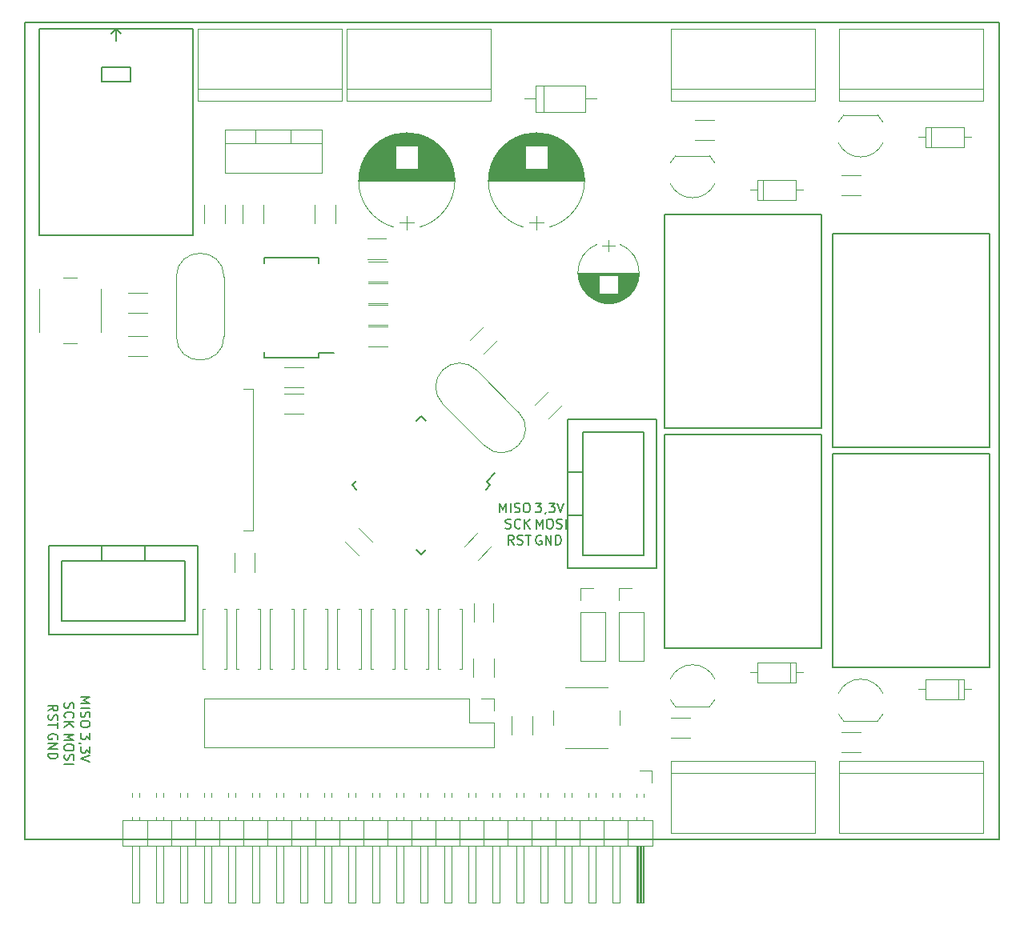
<source format=gto>
G04 #@! TF.FileFunction,Legend,Top*
%FSLAX46Y46*%
G04 Gerber Fmt 4.6, Leading zero omitted, Abs format (unit mm)*
G04 Created by KiCad (PCBNEW 4.0.7) date 02/25/18 11:04:24*
%MOMM*%
%LPD*%
G01*
G04 APERTURE LIST*
%ADD10C,0.100000*%
%ADD11C,0.200000*%
%ADD12C,0.150000*%
%ADD13C,0.120000*%
G04 APERTURE END LIST*
D10*
D11*
X36855119Y-105235357D02*
X36855119Y-105854405D01*
X36474167Y-105521071D01*
X36474167Y-105663929D01*
X36426548Y-105759167D01*
X36378929Y-105806786D01*
X36283690Y-105854405D01*
X36045595Y-105854405D01*
X35950357Y-105806786D01*
X35902738Y-105759167D01*
X35855119Y-105663929D01*
X35855119Y-105378214D01*
X35902738Y-105282976D01*
X35950357Y-105235357D01*
X35902738Y-106330595D02*
X35855119Y-106330595D01*
X35759881Y-106282976D01*
X35712262Y-106235357D01*
X36855119Y-106663928D02*
X36855119Y-107282976D01*
X36474167Y-106949642D01*
X36474167Y-107092500D01*
X36426548Y-107187738D01*
X36378929Y-107235357D01*
X36283690Y-107282976D01*
X36045595Y-107282976D01*
X35950357Y-107235357D01*
X35902738Y-107187738D01*
X35855119Y-107092500D01*
X35855119Y-106806785D01*
X35902738Y-106711547D01*
X35950357Y-106663928D01*
X36855119Y-107568690D02*
X35855119Y-107902023D01*
X36855119Y-108235357D01*
X34155119Y-105330595D02*
X35155119Y-105330595D01*
X34440833Y-105663929D01*
X35155119Y-105997262D01*
X34155119Y-105997262D01*
X35155119Y-106663928D02*
X35155119Y-106854405D01*
X35107500Y-106949643D01*
X35012262Y-107044881D01*
X34821786Y-107092500D01*
X34488452Y-107092500D01*
X34297976Y-107044881D01*
X34202738Y-106949643D01*
X34155119Y-106854405D01*
X34155119Y-106663928D01*
X34202738Y-106568690D01*
X34297976Y-106473452D01*
X34488452Y-106425833D01*
X34821786Y-106425833D01*
X35012262Y-106473452D01*
X35107500Y-106568690D01*
X35155119Y-106663928D01*
X34202738Y-107473452D02*
X34155119Y-107616309D01*
X34155119Y-107854405D01*
X34202738Y-107949643D01*
X34250357Y-107997262D01*
X34345595Y-108044881D01*
X34440833Y-108044881D01*
X34536071Y-107997262D01*
X34583690Y-107949643D01*
X34631310Y-107854405D01*
X34678929Y-107663928D01*
X34726548Y-107568690D01*
X34774167Y-107521071D01*
X34869405Y-107473452D01*
X34964643Y-107473452D01*
X35059881Y-107521071D01*
X35107500Y-107568690D01*
X35155119Y-107663928D01*
X35155119Y-107902024D01*
X35107500Y-108044881D01*
X34155119Y-108473452D02*
X35155119Y-108473452D01*
X33407500Y-105854405D02*
X33455119Y-105759167D01*
X33455119Y-105616310D01*
X33407500Y-105473452D01*
X33312262Y-105378214D01*
X33217024Y-105330595D01*
X33026548Y-105282976D01*
X32883690Y-105282976D01*
X32693214Y-105330595D01*
X32597976Y-105378214D01*
X32502738Y-105473452D01*
X32455119Y-105616310D01*
X32455119Y-105711548D01*
X32502738Y-105854405D01*
X32550357Y-105902024D01*
X32883690Y-105902024D01*
X32883690Y-105711548D01*
X32455119Y-106330595D02*
X33455119Y-106330595D01*
X32455119Y-106902024D01*
X33455119Y-106902024D01*
X32455119Y-107378214D02*
X33455119Y-107378214D01*
X33455119Y-107616309D01*
X33407500Y-107759167D01*
X33312262Y-107854405D01*
X33217024Y-107902024D01*
X33026548Y-107949643D01*
X32883690Y-107949643D01*
X32693214Y-107902024D01*
X32597976Y-107854405D01*
X32502738Y-107759167D01*
X32455119Y-107616309D01*
X32455119Y-107378214D01*
X35855119Y-101394048D02*
X36855119Y-101394048D01*
X36140833Y-101727382D01*
X36855119Y-102060715D01*
X35855119Y-102060715D01*
X35855119Y-102536905D02*
X36855119Y-102536905D01*
X35902738Y-102965476D02*
X35855119Y-103108333D01*
X35855119Y-103346429D01*
X35902738Y-103441667D01*
X35950357Y-103489286D01*
X36045595Y-103536905D01*
X36140833Y-103536905D01*
X36236071Y-103489286D01*
X36283690Y-103441667D01*
X36331310Y-103346429D01*
X36378929Y-103155952D01*
X36426548Y-103060714D01*
X36474167Y-103013095D01*
X36569405Y-102965476D01*
X36664643Y-102965476D01*
X36759881Y-103013095D01*
X36807500Y-103060714D01*
X36855119Y-103155952D01*
X36855119Y-103394048D01*
X36807500Y-103536905D01*
X36855119Y-104155952D02*
X36855119Y-104346429D01*
X36807500Y-104441667D01*
X36712262Y-104536905D01*
X36521786Y-104584524D01*
X36188452Y-104584524D01*
X35997976Y-104536905D01*
X35902738Y-104441667D01*
X35855119Y-104346429D01*
X35855119Y-104155952D01*
X35902738Y-104060714D01*
X35997976Y-103965476D01*
X36188452Y-103917857D01*
X36521786Y-103917857D01*
X36712262Y-103965476D01*
X36807500Y-104060714D01*
X36855119Y-104155952D01*
X34202738Y-102013095D02*
X34155119Y-102155952D01*
X34155119Y-102394048D01*
X34202738Y-102489286D01*
X34250357Y-102536905D01*
X34345595Y-102584524D01*
X34440833Y-102584524D01*
X34536071Y-102536905D01*
X34583690Y-102489286D01*
X34631310Y-102394048D01*
X34678929Y-102203571D01*
X34726548Y-102108333D01*
X34774167Y-102060714D01*
X34869405Y-102013095D01*
X34964643Y-102013095D01*
X35059881Y-102060714D01*
X35107500Y-102108333D01*
X35155119Y-102203571D01*
X35155119Y-102441667D01*
X35107500Y-102584524D01*
X34250357Y-103584524D02*
X34202738Y-103536905D01*
X34155119Y-103394048D01*
X34155119Y-103298810D01*
X34202738Y-103155952D01*
X34297976Y-103060714D01*
X34393214Y-103013095D01*
X34583690Y-102965476D01*
X34726548Y-102965476D01*
X34917024Y-103013095D01*
X35012262Y-103060714D01*
X35107500Y-103155952D01*
X35155119Y-103298810D01*
X35155119Y-103394048D01*
X35107500Y-103536905D01*
X35059881Y-103584524D01*
X34155119Y-104013095D02*
X35155119Y-104013095D01*
X34155119Y-104584524D02*
X34726548Y-104155952D01*
X35155119Y-104584524D02*
X34583690Y-104013095D01*
X32455119Y-102870238D02*
X32931310Y-102536904D01*
X32455119Y-102298809D02*
X33455119Y-102298809D01*
X33455119Y-102679762D01*
X33407500Y-102775000D01*
X33359881Y-102822619D01*
X33264643Y-102870238D01*
X33121786Y-102870238D01*
X33026548Y-102822619D01*
X32978929Y-102775000D01*
X32931310Y-102679762D01*
X32931310Y-102298809D01*
X32502738Y-103251190D02*
X32455119Y-103394047D01*
X32455119Y-103632143D01*
X32502738Y-103727381D01*
X32550357Y-103775000D01*
X32645595Y-103822619D01*
X32740833Y-103822619D01*
X32836071Y-103775000D01*
X32883690Y-103727381D01*
X32931310Y-103632143D01*
X32978929Y-103441666D01*
X33026548Y-103346428D01*
X33074167Y-103298809D01*
X33169405Y-103251190D01*
X33264643Y-103251190D01*
X33359881Y-103298809D01*
X33407500Y-103346428D01*
X33455119Y-103441666D01*
X33455119Y-103679762D01*
X33407500Y-103822619D01*
X33455119Y-104108333D02*
X33455119Y-104679762D01*
X32455119Y-104394047D02*
X33455119Y-104394047D01*
X83962857Y-80873881D02*
X84581905Y-80873881D01*
X84248571Y-81254833D01*
X84391429Y-81254833D01*
X84486667Y-81302452D01*
X84534286Y-81350071D01*
X84581905Y-81445310D01*
X84581905Y-81683405D01*
X84534286Y-81778643D01*
X84486667Y-81826262D01*
X84391429Y-81873881D01*
X84105714Y-81873881D01*
X84010476Y-81826262D01*
X83962857Y-81778643D01*
X85058095Y-81826262D02*
X85058095Y-81873881D01*
X85010476Y-81969119D01*
X84962857Y-82016738D01*
X85391428Y-80873881D02*
X86010476Y-80873881D01*
X85677142Y-81254833D01*
X85820000Y-81254833D01*
X85915238Y-81302452D01*
X85962857Y-81350071D01*
X86010476Y-81445310D01*
X86010476Y-81683405D01*
X85962857Y-81778643D01*
X85915238Y-81826262D01*
X85820000Y-81873881D01*
X85534285Y-81873881D01*
X85439047Y-81826262D01*
X85391428Y-81778643D01*
X86296190Y-80873881D02*
X86629523Y-81873881D01*
X86962857Y-80873881D01*
X84058095Y-83573881D02*
X84058095Y-82573881D01*
X84391429Y-83288167D01*
X84724762Y-82573881D01*
X84724762Y-83573881D01*
X85391428Y-82573881D02*
X85581905Y-82573881D01*
X85677143Y-82621500D01*
X85772381Y-82716738D01*
X85820000Y-82907214D01*
X85820000Y-83240548D01*
X85772381Y-83431024D01*
X85677143Y-83526262D01*
X85581905Y-83573881D01*
X85391428Y-83573881D01*
X85296190Y-83526262D01*
X85200952Y-83431024D01*
X85153333Y-83240548D01*
X85153333Y-82907214D01*
X85200952Y-82716738D01*
X85296190Y-82621500D01*
X85391428Y-82573881D01*
X86200952Y-83526262D02*
X86343809Y-83573881D01*
X86581905Y-83573881D01*
X86677143Y-83526262D01*
X86724762Y-83478643D01*
X86772381Y-83383405D01*
X86772381Y-83288167D01*
X86724762Y-83192929D01*
X86677143Y-83145310D01*
X86581905Y-83097690D01*
X86391428Y-83050071D01*
X86296190Y-83002452D01*
X86248571Y-82954833D01*
X86200952Y-82859595D01*
X86200952Y-82764357D01*
X86248571Y-82669119D01*
X86296190Y-82621500D01*
X86391428Y-82573881D01*
X86629524Y-82573881D01*
X86772381Y-82621500D01*
X87200952Y-83573881D02*
X87200952Y-82573881D01*
X84581905Y-84321500D02*
X84486667Y-84273881D01*
X84343810Y-84273881D01*
X84200952Y-84321500D01*
X84105714Y-84416738D01*
X84058095Y-84511976D01*
X84010476Y-84702452D01*
X84010476Y-84845310D01*
X84058095Y-85035786D01*
X84105714Y-85131024D01*
X84200952Y-85226262D01*
X84343810Y-85273881D01*
X84439048Y-85273881D01*
X84581905Y-85226262D01*
X84629524Y-85178643D01*
X84629524Y-84845310D01*
X84439048Y-84845310D01*
X85058095Y-85273881D02*
X85058095Y-84273881D01*
X85629524Y-85273881D01*
X85629524Y-84273881D01*
X86105714Y-85273881D02*
X86105714Y-84273881D01*
X86343809Y-84273881D01*
X86486667Y-84321500D01*
X86581905Y-84416738D01*
X86629524Y-84511976D01*
X86677143Y-84702452D01*
X86677143Y-84845310D01*
X86629524Y-85035786D01*
X86581905Y-85131024D01*
X86486667Y-85226262D01*
X86343809Y-85273881D01*
X86105714Y-85273881D01*
X80185048Y-81873881D02*
X80185048Y-80873881D01*
X80518382Y-81588167D01*
X80851715Y-80873881D01*
X80851715Y-81873881D01*
X81327905Y-81873881D02*
X81327905Y-80873881D01*
X81756476Y-81826262D02*
X81899333Y-81873881D01*
X82137429Y-81873881D01*
X82232667Y-81826262D01*
X82280286Y-81778643D01*
X82327905Y-81683405D01*
X82327905Y-81588167D01*
X82280286Y-81492929D01*
X82232667Y-81445310D01*
X82137429Y-81397690D01*
X81946952Y-81350071D01*
X81851714Y-81302452D01*
X81804095Y-81254833D01*
X81756476Y-81159595D01*
X81756476Y-81064357D01*
X81804095Y-80969119D01*
X81851714Y-80921500D01*
X81946952Y-80873881D01*
X82185048Y-80873881D01*
X82327905Y-80921500D01*
X82946952Y-80873881D02*
X83137429Y-80873881D01*
X83232667Y-80921500D01*
X83327905Y-81016738D01*
X83375524Y-81207214D01*
X83375524Y-81540548D01*
X83327905Y-81731024D01*
X83232667Y-81826262D01*
X83137429Y-81873881D01*
X82946952Y-81873881D01*
X82851714Y-81826262D01*
X82756476Y-81731024D01*
X82708857Y-81540548D01*
X82708857Y-81207214D01*
X82756476Y-81016738D01*
X82851714Y-80921500D01*
X82946952Y-80873881D01*
X80804095Y-83526262D02*
X80946952Y-83573881D01*
X81185048Y-83573881D01*
X81280286Y-83526262D01*
X81327905Y-83478643D01*
X81375524Y-83383405D01*
X81375524Y-83288167D01*
X81327905Y-83192929D01*
X81280286Y-83145310D01*
X81185048Y-83097690D01*
X80994571Y-83050071D01*
X80899333Y-83002452D01*
X80851714Y-82954833D01*
X80804095Y-82859595D01*
X80804095Y-82764357D01*
X80851714Y-82669119D01*
X80899333Y-82621500D01*
X80994571Y-82573881D01*
X81232667Y-82573881D01*
X81375524Y-82621500D01*
X82375524Y-83478643D02*
X82327905Y-83526262D01*
X82185048Y-83573881D01*
X82089810Y-83573881D01*
X81946952Y-83526262D01*
X81851714Y-83431024D01*
X81804095Y-83335786D01*
X81756476Y-83145310D01*
X81756476Y-83002452D01*
X81804095Y-82811976D01*
X81851714Y-82716738D01*
X81946952Y-82621500D01*
X82089810Y-82573881D01*
X82185048Y-82573881D01*
X82327905Y-82621500D01*
X82375524Y-82669119D01*
X82804095Y-83573881D02*
X82804095Y-82573881D01*
X83375524Y-83573881D02*
X82946952Y-83002452D01*
X83375524Y-82573881D02*
X82804095Y-83145310D01*
X81661238Y-85273881D02*
X81327904Y-84797690D01*
X81089809Y-85273881D02*
X81089809Y-84273881D01*
X81470762Y-84273881D01*
X81566000Y-84321500D01*
X81613619Y-84369119D01*
X81661238Y-84464357D01*
X81661238Y-84607214D01*
X81613619Y-84702452D01*
X81566000Y-84750071D01*
X81470762Y-84797690D01*
X81089809Y-84797690D01*
X82042190Y-85226262D02*
X82185047Y-85273881D01*
X82423143Y-85273881D01*
X82518381Y-85226262D01*
X82566000Y-85178643D01*
X82613619Y-85083405D01*
X82613619Y-84988167D01*
X82566000Y-84892929D01*
X82518381Y-84845310D01*
X82423143Y-84797690D01*
X82232666Y-84750071D01*
X82137428Y-84702452D01*
X82089809Y-84654833D01*
X82042190Y-84559595D01*
X82042190Y-84464357D01*
X82089809Y-84369119D01*
X82137428Y-84321500D01*
X82232666Y-84273881D01*
X82470762Y-84273881D01*
X82613619Y-84321500D01*
X82899333Y-84273881D02*
X83470762Y-84273881D01*
X83185047Y-85273881D02*
X83185047Y-84273881D01*
D12*
X30000000Y-116500000D02*
X30000000Y-30000000D01*
X133000000Y-116500000D02*
X30000000Y-116500000D01*
X133000000Y-30000000D02*
X133000000Y-116500000D01*
X30000000Y-30000000D02*
X133000000Y-30000000D01*
D10*
X53116000Y-83804000D02*
X54116000Y-83804000D01*
X54116000Y-83804000D02*
X54116000Y-68804000D01*
X54116000Y-68804000D02*
X53116000Y-68804000D01*
D12*
X105918000Y-72926000D02*
X97618000Y-72926000D01*
X97618000Y-72926000D02*
X97618000Y-50326000D01*
X97618000Y-50326000D02*
X114218000Y-50326000D01*
X114218000Y-50326000D02*
X114218000Y-72926000D01*
X114218000Y-72926000D02*
X105918000Y-72926000D01*
D13*
X66310000Y-61980000D02*
X68310000Y-61980000D01*
X68310000Y-59940000D02*
X66310000Y-59940000D01*
X85329858Y-69056644D02*
X83915644Y-70470858D01*
X85358142Y-71913356D02*
X86772356Y-70499142D01*
X78471858Y-62198644D02*
X77057644Y-63612858D01*
X78500142Y-65055356D02*
X79914356Y-63641142D01*
X59420000Y-66544000D02*
X57420000Y-66544000D01*
X57420000Y-68584000D02*
X59420000Y-68584000D01*
X77466000Y-91456000D02*
X77466000Y-93456000D01*
X79506000Y-93456000D02*
X79506000Y-91456000D01*
X40910000Y-60710000D02*
X42910000Y-60710000D01*
X42910000Y-58670000D02*
X40910000Y-58670000D01*
X40910000Y-65282000D02*
X42910000Y-65282000D01*
X42910000Y-63242000D02*
X40910000Y-63242000D01*
X68310000Y-57654000D02*
X66310000Y-57654000D01*
X66310000Y-59694000D02*
X68310000Y-59694000D01*
X52193000Y-86185500D02*
X52193000Y-88185500D01*
X54233000Y-88185500D02*
X54233000Y-86185500D01*
X68310000Y-55368000D02*
X66310000Y-55368000D01*
X66310000Y-57408000D02*
X68310000Y-57408000D01*
X66706356Y-84948858D02*
X65292142Y-83534644D01*
X63849644Y-84977142D02*
X65263858Y-86391356D01*
X68310000Y-62226000D02*
X66310000Y-62226000D01*
X66310000Y-64266000D02*
X68310000Y-64266000D01*
X57420000Y-71378000D02*
X59420000Y-71378000D01*
X59420000Y-69338000D02*
X57420000Y-69338000D01*
X77836858Y-84042644D02*
X76422644Y-85456858D01*
X77865142Y-86899356D02*
X79279356Y-85485142D01*
X92873136Y-59512820D02*
G75*
G03X92874000Y-53477518I-1179136J3017820D01*
G01*
X90514864Y-59512820D02*
G75*
G02X90514000Y-53477518I1179136J3017820D01*
G01*
X90514864Y-59512820D02*
G75*
G03X92874000Y-59512482I1179136J3017820D01*
G01*
X94894000Y-56495000D02*
X88494000Y-56495000D01*
X94894000Y-56535000D02*
X88494000Y-56535000D01*
X94894000Y-56575000D02*
X88494000Y-56575000D01*
X94892000Y-56615000D02*
X88496000Y-56615000D01*
X94891000Y-56655000D02*
X88497000Y-56655000D01*
X94888000Y-56695000D02*
X88500000Y-56695000D01*
X94886000Y-56735000D02*
X88502000Y-56735000D01*
X94882000Y-56775000D02*
X92674000Y-56775000D01*
X90714000Y-56775000D02*
X88506000Y-56775000D01*
X94879000Y-56815000D02*
X92674000Y-56815000D01*
X90714000Y-56815000D02*
X88509000Y-56815000D01*
X94874000Y-56855000D02*
X92674000Y-56855000D01*
X90714000Y-56855000D02*
X88514000Y-56855000D01*
X94870000Y-56895000D02*
X92674000Y-56895000D01*
X90714000Y-56895000D02*
X88518000Y-56895000D01*
X94864000Y-56935000D02*
X92674000Y-56935000D01*
X90714000Y-56935000D02*
X88524000Y-56935000D01*
X94859000Y-56975000D02*
X92674000Y-56975000D01*
X90714000Y-56975000D02*
X88529000Y-56975000D01*
X94852000Y-57015000D02*
X92674000Y-57015000D01*
X90714000Y-57015000D02*
X88536000Y-57015000D01*
X94846000Y-57055000D02*
X92674000Y-57055000D01*
X90714000Y-57055000D02*
X88542000Y-57055000D01*
X94838000Y-57095000D02*
X92674000Y-57095000D01*
X90714000Y-57095000D02*
X88550000Y-57095000D01*
X94831000Y-57135000D02*
X92674000Y-57135000D01*
X90714000Y-57135000D02*
X88557000Y-57135000D01*
X94822000Y-57175000D02*
X92674000Y-57175000D01*
X90714000Y-57175000D02*
X88566000Y-57175000D01*
X94813000Y-57216000D02*
X92674000Y-57216000D01*
X90714000Y-57216000D02*
X88575000Y-57216000D01*
X94804000Y-57256000D02*
X92674000Y-57256000D01*
X90714000Y-57256000D02*
X88584000Y-57256000D01*
X94794000Y-57296000D02*
X92674000Y-57296000D01*
X90714000Y-57296000D02*
X88594000Y-57296000D01*
X94784000Y-57336000D02*
X92674000Y-57336000D01*
X90714000Y-57336000D02*
X88604000Y-57336000D01*
X94773000Y-57376000D02*
X92674000Y-57376000D01*
X90714000Y-57376000D02*
X88615000Y-57376000D01*
X94761000Y-57416000D02*
X92674000Y-57416000D01*
X90714000Y-57416000D02*
X88627000Y-57416000D01*
X94749000Y-57456000D02*
X92674000Y-57456000D01*
X90714000Y-57456000D02*
X88639000Y-57456000D01*
X94736000Y-57496000D02*
X92674000Y-57496000D01*
X90714000Y-57496000D02*
X88652000Y-57496000D01*
X94723000Y-57536000D02*
X92674000Y-57536000D01*
X90714000Y-57536000D02*
X88665000Y-57536000D01*
X94709000Y-57576000D02*
X92674000Y-57576000D01*
X90714000Y-57576000D02*
X88679000Y-57576000D01*
X94695000Y-57616000D02*
X92674000Y-57616000D01*
X90714000Y-57616000D02*
X88693000Y-57616000D01*
X94680000Y-57656000D02*
X92674000Y-57656000D01*
X90714000Y-57656000D02*
X88708000Y-57656000D01*
X94664000Y-57696000D02*
X92674000Y-57696000D01*
X90714000Y-57696000D02*
X88724000Y-57696000D01*
X94648000Y-57736000D02*
X92674000Y-57736000D01*
X90714000Y-57736000D02*
X88740000Y-57736000D01*
X94631000Y-57776000D02*
X92674000Y-57776000D01*
X90714000Y-57776000D02*
X88757000Y-57776000D01*
X94613000Y-57816000D02*
X92674000Y-57816000D01*
X90714000Y-57816000D02*
X88775000Y-57816000D01*
X94595000Y-57856000D02*
X92674000Y-57856000D01*
X90714000Y-57856000D02*
X88793000Y-57856000D01*
X94576000Y-57896000D02*
X92674000Y-57896000D01*
X90714000Y-57896000D02*
X88812000Y-57896000D01*
X94557000Y-57936000D02*
X92674000Y-57936000D01*
X90714000Y-57936000D02*
X88831000Y-57936000D01*
X94537000Y-57976000D02*
X92674000Y-57976000D01*
X90714000Y-57976000D02*
X88851000Y-57976000D01*
X94516000Y-58016000D02*
X92674000Y-58016000D01*
X90714000Y-58016000D02*
X88872000Y-58016000D01*
X94494000Y-58056000D02*
X92674000Y-58056000D01*
X90714000Y-58056000D02*
X88894000Y-58056000D01*
X94472000Y-58096000D02*
X92674000Y-58096000D01*
X90714000Y-58096000D02*
X88916000Y-58096000D01*
X94449000Y-58136000D02*
X92674000Y-58136000D01*
X90714000Y-58136000D02*
X88939000Y-58136000D01*
X94425000Y-58176000D02*
X92674000Y-58176000D01*
X90714000Y-58176000D02*
X88963000Y-58176000D01*
X94400000Y-58216000D02*
X92674000Y-58216000D01*
X90714000Y-58216000D02*
X88988000Y-58216000D01*
X94375000Y-58256000D02*
X92674000Y-58256000D01*
X90714000Y-58256000D02*
X89013000Y-58256000D01*
X94348000Y-58296000D02*
X92674000Y-58296000D01*
X90714000Y-58296000D02*
X89040000Y-58296000D01*
X94321000Y-58336000D02*
X92674000Y-58336000D01*
X90714000Y-58336000D02*
X89067000Y-58336000D01*
X94293000Y-58376000D02*
X92674000Y-58376000D01*
X90714000Y-58376000D02*
X89095000Y-58376000D01*
X94264000Y-58416000D02*
X92674000Y-58416000D01*
X90714000Y-58416000D02*
X89124000Y-58416000D01*
X94234000Y-58456000D02*
X92674000Y-58456000D01*
X90714000Y-58456000D02*
X89154000Y-58456000D01*
X94204000Y-58496000D02*
X92674000Y-58496000D01*
X90714000Y-58496000D02*
X89184000Y-58496000D01*
X94172000Y-58536000D02*
X92674000Y-58536000D01*
X90714000Y-58536000D02*
X89216000Y-58536000D01*
X94139000Y-58576000D02*
X92674000Y-58576000D01*
X90714000Y-58576000D02*
X89249000Y-58576000D01*
X94105000Y-58616000D02*
X92674000Y-58616000D01*
X90714000Y-58616000D02*
X89283000Y-58616000D01*
X94069000Y-58656000D02*
X92674000Y-58656000D01*
X90714000Y-58656000D02*
X89319000Y-58656000D01*
X94033000Y-58696000D02*
X92674000Y-58696000D01*
X90714000Y-58696000D02*
X89355000Y-58696000D01*
X93995000Y-58736000D02*
X89393000Y-58736000D01*
X93956000Y-58776000D02*
X89432000Y-58776000D01*
X93916000Y-58816000D02*
X89472000Y-58816000D01*
X93874000Y-58856000D02*
X89514000Y-58856000D01*
X93831000Y-58896000D02*
X89557000Y-58896000D01*
X93786000Y-58936000D02*
X89602000Y-58936000D01*
X93739000Y-58976000D02*
X89649000Y-58976000D01*
X93691000Y-59016000D02*
X89697000Y-59016000D01*
X93640000Y-59056000D02*
X89748000Y-59056000D01*
X93588000Y-59096000D02*
X89800000Y-59096000D01*
X93533000Y-59136000D02*
X89855000Y-59136000D01*
X93475000Y-59176000D02*
X89913000Y-59176000D01*
X93415000Y-59216000D02*
X89973000Y-59216000D01*
X93352000Y-59256000D02*
X90036000Y-59256000D01*
X93285000Y-59296000D02*
X90103000Y-59296000D01*
X93214000Y-59336000D02*
X90174000Y-59336000D01*
X93139000Y-59376000D02*
X90249000Y-59376000D01*
X93058000Y-59416000D02*
X90330000Y-59416000D01*
X92972000Y-59456000D02*
X90416000Y-59456000D01*
X92878000Y-59496000D02*
X90510000Y-59496000D01*
X92775000Y-59536000D02*
X90613000Y-59536000D01*
X92660000Y-59576000D02*
X90728000Y-59576000D01*
X92528000Y-59616000D02*
X90860000Y-59616000D01*
X92370000Y-59656000D02*
X91018000Y-59656000D01*
X92162000Y-59696000D02*
X91226000Y-59696000D01*
X91694000Y-53045000D02*
X91694000Y-54245000D01*
X92344000Y-53645000D02*
X91044000Y-53645000D01*
X82690736Y-41877563D02*
G75*
G03X82694000Y-51675357I1383264J-4898437D01*
G01*
X85457264Y-41877563D02*
G75*
G02X85454000Y-51675357I-1383264J-4898437D01*
G01*
X85457264Y-41877563D02*
G75*
G03X82694000Y-41876643I-1383264J-4898437D01*
G01*
X79024000Y-46776000D02*
X89124000Y-46776000D01*
X79024000Y-46736000D02*
X89124000Y-46736000D01*
X79024000Y-46696000D02*
X89124000Y-46696000D01*
X79025000Y-46656000D02*
X89123000Y-46656000D01*
X79026000Y-46616000D02*
X89122000Y-46616000D01*
X79027000Y-46576000D02*
X89121000Y-46576000D01*
X79029000Y-46536000D02*
X89119000Y-46536000D01*
X79031000Y-46496000D02*
X89117000Y-46496000D01*
X79034000Y-46456000D02*
X89114000Y-46456000D01*
X79036000Y-46416000D02*
X89112000Y-46416000D01*
X79039000Y-46376000D02*
X89109000Y-46376000D01*
X79043000Y-46336000D02*
X89105000Y-46336000D01*
X79046000Y-46296000D02*
X89102000Y-46296000D01*
X79050000Y-46256000D02*
X89098000Y-46256000D01*
X79054000Y-46216000D02*
X89094000Y-46216000D01*
X79059000Y-46176000D02*
X89089000Y-46176000D01*
X79064000Y-46136000D02*
X89084000Y-46136000D01*
X79069000Y-46096000D02*
X89079000Y-46096000D01*
X79075000Y-46055000D02*
X89073000Y-46055000D01*
X79081000Y-46015000D02*
X89067000Y-46015000D01*
X79087000Y-45975000D02*
X89061000Y-45975000D01*
X79093000Y-45935000D02*
X89055000Y-45935000D01*
X79100000Y-45895000D02*
X89048000Y-45895000D01*
X79107000Y-45855000D02*
X89041000Y-45855000D01*
X79115000Y-45815000D02*
X89033000Y-45815000D01*
X79123000Y-45775000D02*
X89025000Y-45775000D01*
X79131000Y-45735000D02*
X89017000Y-45735000D01*
X79139000Y-45695000D02*
X89009000Y-45695000D01*
X79148000Y-45655000D02*
X89000000Y-45655000D01*
X79157000Y-45615000D02*
X88991000Y-45615000D01*
X79167000Y-45575000D02*
X88981000Y-45575000D01*
X79177000Y-45535000D02*
X88971000Y-45535000D01*
X79187000Y-45495000D02*
X88961000Y-45495000D01*
X79198000Y-45455000D02*
X82893000Y-45455000D01*
X85255000Y-45455000D02*
X88950000Y-45455000D01*
X79209000Y-45415000D02*
X82893000Y-45415000D01*
X85255000Y-45415000D02*
X88939000Y-45415000D01*
X79220000Y-45375000D02*
X82893000Y-45375000D01*
X85255000Y-45375000D02*
X88928000Y-45375000D01*
X79231000Y-45335000D02*
X82893000Y-45335000D01*
X85255000Y-45335000D02*
X88917000Y-45335000D01*
X79243000Y-45295000D02*
X82893000Y-45295000D01*
X85255000Y-45295000D02*
X88905000Y-45295000D01*
X79256000Y-45255000D02*
X82893000Y-45255000D01*
X85255000Y-45255000D02*
X88892000Y-45255000D01*
X79268000Y-45215000D02*
X82893000Y-45215000D01*
X85255000Y-45215000D02*
X88880000Y-45215000D01*
X79282000Y-45175000D02*
X82893000Y-45175000D01*
X85255000Y-45175000D02*
X88866000Y-45175000D01*
X79295000Y-45135000D02*
X82893000Y-45135000D01*
X85255000Y-45135000D02*
X88853000Y-45135000D01*
X79309000Y-45095000D02*
X82893000Y-45095000D01*
X85255000Y-45095000D02*
X88839000Y-45095000D01*
X79323000Y-45055000D02*
X82893000Y-45055000D01*
X85255000Y-45055000D02*
X88825000Y-45055000D01*
X79337000Y-45015000D02*
X82893000Y-45015000D01*
X85255000Y-45015000D02*
X88811000Y-45015000D01*
X79352000Y-44975000D02*
X82893000Y-44975000D01*
X85255000Y-44975000D02*
X88796000Y-44975000D01*
X79368000Y-44935000D02*
X82893000Y-44935000D01*
X85255000Y-44935000D02*
X88780000Y-44935000D01*
X79383000Y-44895000D02*
X82893000Y-44895000D01*
X85255000Y-44895000D02*
X88765000Y-44895000D01*
X79400000Y-44855000D02*
X82893000Y-44855000D01*
X85255000Y-44855000D02*
X88748000Y-44855000D01*
X79416000Y-44815000D02*
X82893000Y-44815000D01*
X85255000Y-44815000D02*
X88732000Y-44815000D01*
X79433000Y-44775000D02*
X82893000Y-44775000D01*
X85255000Y-44775000D02*
X88715000Y-44775000D01*
X79450000Y-44735000D02*
X82893000Y-44735000D01*
X85255000Y-44735000D02*
X88698000Y-44735000D01*
X79468000Y-44695000D02*
X82893000Y-44695000D01*
X85255000Y-44695000D02*
X88680000Y-44695000D01*
X79486000Y-44655000D02*
X82893000Y-44655000D01*
X85255000Y-44655000D02*
X88662000Y-44655000D01*
X79505000Y-44615000D02*
X82893000Y-44615000D01*
X85255000Y-44615000D02*
X88643000Y-44615000D01*
X79524000Y-44575000D02*
X82893000Y-44575000D01*
X85255000Y-44575000D02*
X88624000Y-44575000D01*
X79543000Y-44535000D02*
X82893000Y-44535000D01*
X85255000Y-44535000D02*
X88605000Y-44535000D01*
X79563000Y-44495000D02*
X82893000Y-44495000D01*
X85255000Y-44495000D02*
X88585000Y-44495000D01*
X79583000Y-44455000D02*
X82893000Y-44455000D01*
X85255000Y-44455000D02*
X88565000Y-44455000D01*
X79604000Y-44415000D02*
X82893000Y-44415000D01*
X85255000Y-44415000D02*
X88544000Y-44415000D01*
X79625000Y-44375000D02*
X82893000Y-44375000D01*
X85255000Y-44375000D02*
X88523000Y-44375000D01*
X79646000Y-44335000D02*
X82893000Y-44335000D01*
X85255000Y-44335000D02*
X88502000Y-44335000D01*
X79669000Y-44295000D02*
X82893000Y-44295000D01*
X85255000Y-44295000D02*
X88479000Y-44295000D01*
X79691000Y-44255000D02*
X82893000Y-44255000D01*
X85255000Y-44255000D02*
X88457000Y-44255000D01*
X79714000Y-44215000D02*
X82893000Y-44215000D01*
X85255000Y-44215000D02*
X88434000Y-44215000D01*
X79738000Y-44175000D02*
X82893000Y-44175000D01*
X85255000Y-44175000D02*
X88410000Y-44175000D01*
X79762000Y-44135000D02*
X82893000Y-44135000D01*
X85255000Y-44135000D02*
X88386000Y-44135000D01*
X79786000Y-44095000D02*
X82893000Y-44095000D01*
X85255000Y-44095000D02*
X88362000Y-44095000D01*
X79811000Y-44055000D02*
X82893000Y-44055000D01*
X85255000Y-44055000D02*
X88337000Y-44055000D01*
X79837000Y-44015000D02*
X82893000Y-44015000D01*
X85255000Y-44015000D02*
X88311000Y-44015000D01*
X79863000Y-43975000D02*
X82893000Y-43975000D01*
X85255000Y-43975000D02*
X88285000Y-43975000D01*
X79889000Y-43935000D02*
X82893000Y-43935000D01*
X85255000Y-43935000D02*
X88259000Y-43935000D01*
X79917000Y-43895000D02*
X82893000Y-43895000D01*
X85255000Y-43895000D02*
X88231000Y-43895000D01*
X79944000Y-43855000D02*
X82893000Y-43855000D01*
X85255000Y-43855000D02*
X88204000Y-43855000D01*
X79973000Y-43815000D02*
X82893000Y-43815000D01*
X85255000Y-43815000D02*
X88175000Y-43815000D01*
X80002000Y-43775000D02*
X82893000Y-43775000D01*
X85255000Y-43775000D02*
X88146000Y-43775000D01*
X80031000Y-43735000D02*
X82893000Y-43735000D01*
X85255000Y-43735000D02*
X88117000Y-43735000D01*
X80061000Y-43695000D02*
X82893000Y-43695000D01*
X85255000Y-43695000D02*
X88087000Y-43695000D01*
X80092000Y-43655000D02*
X82893000Y-43655000D01*
X85255000Y-43655000D02*
X88056000Y-43655000D01*
X80123000Y-43615000D02*
X82893000Y-43615000D01*
X85255000Y-43615000D02*
X88025000Y-43615000D01*
X80155000Y-43575000D02*
X82893000Y-43575000D01*
X85255000Y-43575000D02*
X87993000Y-43575000D01*
X80188000Y-43535000D02*
X82893000Y-43535000D01*
X85255000Y-43535000D02*
X87960000Y-43535000D01*
X80221000Y-43495000D02*
X82893000Y-43495000D01*
X85255000Y-43495000D02*
X87927000Y-43495000D01*
X80255000Y-43455000D02*
X82893000Y-43455000D01*
X85255000Y-43455000D02*
X87893000Y-43455000D01*
X80290000Y-43415000D02*
X82893000Y-43415000D01*
X85255000Y-43415000D02*
X87858000Y-43415000D01*
X80326000Y-43375000D02*
X82893000Y-43375000D01*
X85255000Y-43375000D02*
X87822000Y-43375000D01*
X80362000Y-43335000D02*
X82893000Y-43335000D01*
X85255000Y-43335000D02*
X87786000Y-43335000D01*
X80399000Y-43295000D02*
X82893000Y-43295000D01*
X85255000Y-43295000D02*
X87749000Y-43295000D01*
X80437000Y-43255000D02*
X82893000Y-43255000D01*
X85255000Y-43255000D02*
X87711000Y-43255000D01*
X80476000Y-43215000D02*
X82893000Y-43215000D01*
X85255000Y-43215000D02*
X87672000Y-43215000D01*
X80515000Y-43175000D02*
X82893000Y-43175000D01*
X85255000Y-43175000D02*
X87633000Y-43175000D01*
X80556000Y-43135000D02*
X82893000Y-43135000D01*
X85255000Y-43135000D02*
X87592000Y-43135000D01*
X80597000Y-43095000D02*
X87551000Y-43095000D01*
X80639000Y-43055000D02*
X87509000Y-43055000D01*
X80683000Y-43015000D02*
X87465000Y-43015000D01*
X80727000Y-42975000D02*
X87421000Y-42975000D01*
X80772000Y-42935000D02*
X87376000Y-42935000D01*
X80819000Y-42895000D02*
X87329000Y-42895000D01*
X80867000Y-42855000D02*
X87281000Y-42855000D01*
X80916000Y-42815000D02*
X87232000Y-42815000D01*
X80966000Y-42775000D02*
X87182000Y-42775000D01*
X81017000Y-42735000D02*
X87131000Y-42735000D01*
X81070000Y-42695000D02*
X87078000Y-42695000D01*
X81125000Y-42655000D02*
X87023000Y-42655000D01*
X81180000Y-42615000D02*
X86968000Y-42615000D01*
X81238000Y-42575000D02*
X86910000Y-42575000D01*
X81297000Y-42535000D02*
X86851000Y-42535000D01*
X81359000Y-42495000D02*
X86789000Y-42495000D01*
X81422000Y-42455000D02*
X86726000Y-42455000D01*
X81487000Y-42415000D02*
X86661000Y-42415000D01*
X81555000Y-42375000D02*
X86593000Y-42375000D01*
X81625000Y-42335000D02*
X86523000Y-42335000D01*
X81697000Y-42295000D02*
X86451000Y-42295000D01*
X81773000Y-42255000D02*
X86375000Y-42255000D01*
X81852000Y-42215000D02*
X86296000Y-42215000D01*
X81934000Y-42175000D02*
X86214000Y-42175000D01*
X82021000Y-42135000D02*
X86127000Y-42135000D01*
X82112000Y-42095000D02*
X86036000Y-42095000D01*
X82208000Y-42055000D02*
X85940000Y-42055000D01*
X82311000Y-42015000D02*
X85837000Y-42015000D01*
X82420000Y-41975000D02*
X85728000Y-41975000D01*
X82538000Y-41935000D02*
X85610000Y-41935000D01*
X82667000Y-41895000D02*
X85481000Y-41895000D01*
X82809000Y-41855000D02*
X85339000Y-41855000D01*
X82970000Y-41815000D02*
X85178000Y-41815000D01*
X83161000Y-41775000D02*
X84987000Y-41775000D01*
X83402000Y-41735000D02*
X84746000Y-41735000D01*
X83795000Y-41695000D02*
X84353000Y-41695000D01*
X84074000Y-51976000D02*
X84074000Y-50476000D01*
X83324000Y-51226000D02*
X84824000Y-51226000D01*
X83954000Y-36690000D02*
X83954000Y-39510000D01*
X83954000Y-39510000D02*
X89274000Y-39510000D01*
X89274000Y-39510000D02*
X89274000Y-36690000D01*
X89274000Y-36690000D02*
X83954000Y-36690000D01*
X82814000Y-38100000D02*
X83954000Y-38100000D01*
X90414000Y-38100000D02*
X89274000Y-38100000D01*
X84794000Y-36690000D02*
X84794000Y-39510000D01*
X92777000Y-97596000D02*
X95437000Y-97596000D01*
X92777000Y-92456000D02*
X92777000Y-97596000D01*
X95437000Y-92456000D02*
X95437000Y-97596000D01*
X92777000Y-92456000D02*
X95437000Y-92456000D01*
X92777000Y-91186000D02*
X92777000Y-89856000D01*
X92777000Y-89856000D02*
X94107000Y-89856000D01*
X88713000Y-97596000D02*
X91373000Y-97596000D01*
X88713000Y-92456000D02*
X88713000Y-97596000D01*
X91373000Y-92456000D02*
X91373000Y-97596000D01*
X88713000Y-92456000D02*
X91373000Y-92456000D01*
X88713000Y-91186000D02*
X88713000Y-89856000D01*
X88713000Y-89856000D02*
X90043000Y-89856000D01*
X98298000Y-38354000D02*
X98298000Y-30734000D01*
X113538000Y-38354000D02*
X113538000Y-30734000D01*
X98298000Y-37084000D02*
X113538000Y-37084000D01*
X98298000Y-30734000D02*
X113538000Y-30734000D01*
X98298000Y-38354000D02*
X113538000Y-38354000D01*
X116078000Y-38354000D02*
X116078000Y-30734000D01*
X131318000Y-38354000D02*
X131318000Y-30734000D01*
X116078000Y-37084000D02*
X131318000Y-37084000D01*
X116078000Y-30734000D02*
X131318000Y-30734000D01*
X116078000Y-38354000D02*
X131318000Y-38354000D01*
X113538000Y-108204000D02*
X113538000Y-115824000D01*
X98298000Y-108204000D02*
X98298000Y-115824000D01*
X113538000Y-109474000D02*
X98298000Y-109474000D01*
X113538000Y-115824000D02*
X98298000Y-115824000D01*
X113538000Y-108204000D02*
X98298000Y-108204000D01*
X131318000Y-108204000D02*
X131318000Y-115824000D01*
X116078000Y-108204000D02*
X116078000Y-115824000D01*
X131318000Y-109474000D02*
X116078000Y-109474000D01*
X131318000Y-115824000D02*
X116078000Y-115824000D01*
X131318000Y-108204000D02*
X116078000Y-108204000D01*
D12*
X39624000Y-30734000D02*
X39116000Y-31242000D01*
X39624000Y-30734000D02*
X40132000Y-31242000D01*
X39624000Y-30734000D02*
X39624000Y-32004000D01*
X39624000Y-36322000D02*
X38100000Y-36322000D01*
X38100000Y-36322000D02*
X38100000Y-34798000D01*
X38100000Y-34798000D02*
X41148000Y-34798000D01*
X41148000Y-34798000D02*
X41148000Y-36322000D01*
X41148000Y-36322000D02*
X39624000Y-36322000D01*
X31496000Y-52578000D02*
X47752000Y-52578000D01*
X47752000Y-52578000D02*
X47752000Y-30734000D01*
X47752000Y-30734000D02*
X32512000Y-30734000D01*
X31496000Y-52578000D02*
X31496000Y-51308000D01*
X32766000Y-30734000D02*
X31496000Y-30734000D01*
X31496000Y-30734000D02*
X31496000Y-51308000D01*
D13*
X64008000Y-38354000D02*
X64008000Y-30734000D01*
X79248000Y-38354000D02*
X79248000Y-30734000D01*
X64008000Y-37084000D02*
X79248000Y-37084000D01*
X64008000Y-30734000D02*
X79248000Y-30734000D01*
X64008000Y-38354000D02*
X79248000Y-38354000D01*
X48260000Y-38354000D02*
X48260000Y-30734000D01*
X63500000Y-38354000D02*
X63500000Y-30734000D01*
X48260000Y-37084000D02*
X63500000Y-37084000D01*
X48260000Y-30734000D02*
X63500000Y-30734000D01*
X48260000Y-38354000D02*
X63500000Y-38354000D01*
X48962000Y-101540000D02*
X48962000Y-106740000D01*
X76962000Y-101540000D02*
X48962000Y-101540000D01*
X79562000Y-106740000D02*
X48962000Y-106740000D01*
X76962000Y-101540000D02*
X76962000Y-104140000D01*
X76962000Y-104140000D02*
X79562000Y-104140000D01*
X79562000Y-104140000D02*
X79562000Y-106740000D01*
X78232000Y-101540000D02*
X79562000Y-101540000D01*
X79562000Y-101540000D02*
X79562000Y-102870000D01*
X68974736Y-41877563D02*
G75*
G03X68978000Y-51675357I1383264J-4898437D01*
G01*
X71741264Y-41877563D02*
G75*
G02X71738000Y-51675357I-1383264J-4898437D01*
G01*
X71741264Y-41877563D02*
G75*
G03X68978000Y-41876643I-1383264J-4898437D01*
G01*
X65308000Y-46776000D02*
X75408000Y-46776000D01*
X65308000Y-46736000D02*
X75408000Y-46736000D01*
X65308000Y-46696000D02*
X75408000Y-46696000D01*
X65309000Y-46656000D02*
X75407000Y-46656000D01*
X65310000Y-46616000D02*
X75406000Y-46616000D01*
X65311000Y-46576000D02*
X75405000Y-46576000D01*
X65313000Y-46536000D02*
X75403000Y-46536000D01*
X65315000Y-46496000D02*
X75401000Y-46496000D01*
X65318000Y-46456000D02*
X75398000Y-46456000D01*
X65320000Y-46416000D02*
X75396000Y-46416000D01*
X65323000Y-46376000D02*
X75393000Y-46376000D01*
X65327000Y-46336000D02*
X75389000Y-46336000D01*
X65330000Y-46296000D02*
X75386000Y-46296000D01*
X65334000Y-46256000D02*
X75382000Y-46256000D01*
X65338000Y-46216000D02*
X75378000Y-46216000D01*
X65343000Y-46176000D02*
X75373000Y-46176000D01*
X65348000Y-46136000D02*
X75368000Y-46136000D01*
X65353000Y-46096000D02*
X75363000Y-46096000D01*
X65359000Y-46055000D02*
X75357000Y-46055000D01*
X65365000Y-46015000D02*
X75351000Y-46015000D01*
X65371000Y-45975000D02*
X75345000Y-45975000D01*
X65377000Y-45935000D02*
X75339000Y-45935000D01*
X65384000Y-45895000D02*
X75332000Y-45895000D01*
X65391000Y-45855000D02*
X75325000Y-45855000D01*
X65399000Y-45815000D02*
X75317000Y-45815000D01*
X65407000Y-45775000D02*
X75309000Y-45775000D01*
X65415000Y-45735000D02*
X75301000Y-45735000D01*
X65423000Y-45695000D02*
X75293000Y-45695000D01*
X65432000Y-45655000D02*
X75284000Y-45655000D01*
X65441000Y-45615000D02*
X75275000Y-45615000D01*
X65451000Y-45575000D02*
X75265000Y-45575000D01*
X65461000Y-45535000D02*
X75255000Y-45535000D01*
X65471000Y-45495000D02*
X75245000Y-45495000D01*
X65482000Y-45455000D02*
X69177000Y-45455000D01*
X71539000Y-45455000D02*
X75234000Y-45455000D01*
X65493000Y-45415000D02*
X69177000Y-45415000D01*
X71539000Y-45415000D02*
X75223000Y-45415000D01*
X65504000Y-45375000D02*
X69177000Y-45375000D01*
X71539000Y-45375000D02*
X75212000Y-45375000D01*
X65515000Y-45335000D02*
X69177000Y-45335000D01*
X71539000Y-45335000D02*
X75201000Y-45335000D01*
X65527000Y-45295000D02*
X69177000Y-45295000D01*
X71539000Y-45295000D02*
X75189000Y-45295000D01*
X65540000Y-45255000D02*
X69177000Y-45255000D01*
X71539000Y-45255000D02*
X75176000Y-45255000D01*
X65552000Y-45215000D02*
X69177000Y-45215000D01*
X71539000Y-45215000D02*
X75164000Y-45215000D01*
X65566000Y-45175000D02*
X69177000Y-45175000D01*
X71539000Y-45175000D02*
X75150000Y-45175000D01*
X65579000Y-45135000D02*
X69177000Y-45135000D01*
X71539000Y-45135000D02*
X75137000Y-45135000D01*
X65593000Y-45095000D02*
X69177000Y-45095000D01*
X71539000Y-45095000D02*
X75123000Y-45095000D01*
X65607000Y-45055000D02*
X69177000Y-45055000D01*
X71539000Y-45055000D02*
X75109000Y-45055000D01*
X65621000Y-45015000D02*
X69177000Y-45015000D01*
X71539000Y-45015000D02*
X75095000Y-45015000D01*
X65636000Y-44975000D02*
X69177000Y-44975000D01*
X71539000Y-44975000D02*
X75080000Y-44975000D01*
X65652000Y-44935000D02*
X69177000Y-44935000D01*
X71539000Y-44935000D02*
X75064000Y-44935000D01*
X65667000Y-44895000D02*
X69177000Y-44895000D01*
X71539000Y-44895000D02*
X75049000Y-44895000D01*
X65684000Y-44855000D02*
X69177000Y-44855000D01*
X71539000Y-44855000D02*
X75032000Y-44855000D01*
X65700000Y-44815000D02*
X69177000Y-44815000D01*
X71539000Y-44815000D02*
X75016000Y-44815000D01*
X65717000Y-44775000D02*
X69177000Y-44775000D01*
X71539000Y-44775000D02*
X74999000Y-44775000D01*
X65734000Y-44735000D02*
X69177000Y-44735000D01*
X71539000Y-44735000D02*
X74982000Y-44735000D01*
X65752000Y-44695000D02*
X69177000Y-44695000D01*
X71539000Y-44695000D02*
X74964000Y-44695000D01*
X65770000Y-44655000D02*
X69177000Y-44655000D01*
X71539000Y-44655000D02*
X74946000Y-44655000D01*
X65789000Y-44615000D02*
X69177000Y-44615000D01*
X71539000Y-44615000D02*
X74927000Y-44615000D01*
X65808000Y-44575000D02*
X69177000Y-44575000D01*
X71539000Y-44575000D02*
X74908000Y-44575000D01*
X65827000Y-44535000D02*
X69177000Y-44535000D01*
X71539000Y-44535000D02*
X74889000Y-44535000D01*
X65847000Y-44495000D02*
X69177000Y-44495000D01*
X71539000Y-44495000D02*
X74869000Y-44495000D01*
X65867000Y-44455000D02*
X69177000Y-44455000D01*
X71539000Y-44455000D02*
X74849000Y-44455000D01*
X65888000Y-44415000D02*
X69177000Y-44415000D01*
X71539000Y-44415000D02*
X74828000Y-44415000D01*
X65909000Y-44375000D02*
X69177000Y-44375000D01*
X71539000Y-44375000D02*
X74807000Y-44375000D01*
X65930000Y-44335000D02*
X69177000Y-44335000D01*
X71539000Y-44335000D02*
X74786000Y-44335000D01*
X65953000Y-44295000D02*
X69177000Y-44295000D01*
X71539000Y-44295000D02*
X74763000Y-44295000D01*
X65975000Y-44255000D02*
X69177000Y-44255000D01*
X71539000Y-44255000D02*
X74741000Y-44255000D01*
X65998000Y-44215000D02*
X69177000Y-44215000D01*
X71539000Y-44215000D02*
X74718000Y-44215000D01*
X66022000Y-44175000D02*
X69177000Y-44175000D01*
X71539000Y-44175000D02*
X74694000Y-44175000D01*
X66046000Y-44135000D02*
X69177000Y-44135000D01*
X71539000Y-44135000D02*
X74670000Y-44135000D01*
X66070000Y-44095000D02*
X69177000Y-44095000D01*
X71539000Y-44095000D02*
X74646000Y-44095000D01*
X66095000Y-44055000D02*
X69177000Y-44055000D01*
X71539000Y-44055000D02*
X74621000Y-44055000D01*
X66121000Y-44015000D02*
X69177000Y-44015000D01*
X71539000Y-44015000D02*
X74595000Y-44015000D01*
X66147000Y-43975000D02*
X69177000Y-43975000D01*
X71539000Y-43975000D02*
X74569000Y-43975000D01*
X66173000Y-43935000D02*
X69177000Y-43935000D01*
X71539000Y-43935000D02*
X74543000Y-43935000D01*
X66201000Y-43895000D02*
X69177000Y-43895000D01*
X71539000Y-43895000D02*
X74515000Y-43895000D01*
X66228000Y-43855000D02*
X69177000Y-43855000D01*
X71539000Y-43855000D02*
X74488000Y-43855000D01*
X66257000Y-43815000D02*
X69177000Y-43815000D01*
X71539000Y-43815000D02*
X74459000Y-43815000D01*
X66286000Y-43775000D02*
X69177000Y-43775000D01*
X71539000Y-43775000D02*
X74430000Y-43775000D01*
X66315000Y-43735000D02*
X69177000Y-43735000D01*
X71539000Y-43735000D02*
X74401000Y-43735000D01*
X66345000Y-43695000D02*
X69177000Y-43695000D01*
X71539000Y-43695000D02*
X74371000Y-43695000D01*
X66376000Y-43655000D02*
X69177000Y-43655000D01*
X71539000Y-43655000D02*
X74340000Y-43655000D01*
X66407000Y-43615000D02*
X69177000Y-43615000D01*
X71539000Y-43615000D02*
X74309000Y-43615000D01*
X66439000Y-43575000D02*
X69177000Y-43575000D01*
X71539000Y-43575000D02*
X74277000Y-43575000D01*
X66472000Y-43535000D02*
X69177000Y-43535000D01*
X71539000Y-43535000D02*
X74244000Y-43535000D01*
X66505000Y-43495000D02*
X69177000Y-43495000D01*
X71539000Y-43495000D02*
X74211000Y-43495000D01*
X66539000Y-43455000D02*
X69177000Y-43455000D01*
X71539000Y-43455000D02*
X74177000Y-43455000D01*
X66574000Y-43415000D02*
X69177000Y-43415000D01*
X71539000Y-43415000D02*
X74142000Y-43415000D01*
X66610000Y-43375000D02*
X69177000Y-43375000D01*
X71539000Y-43375000D02*
X74106000Y-43375000D01*
X66646000Y-43335000D02*
X69177000Y-43335000D01*
X71539000Y-43335000D02*
X74070000Y-43335000D01*
X66683000Y-43295000D02*
X69177000Y-43295000D01*
X71539000Y-43295000D02*
X74033000Y-43295000D01*
X66721000Y-43255000D02*
X69177000Y-43255000D01*
X71539000Y-43255000D02*
X73995000Y-43255000D01*
X66760000Y-43215000D02*
X69177000Y-43215000D01*
X71539000Y-43215000D02*
X73956000Y-43215000D01*
X66799000Y-43175000D02*
X69177000Y-43175000D01*
X71539000Y-43175000D02*
X73917000Y-43175000D01*
X66840000Y-43135000D02*
X69177000Y-43135000D01*
X71539000Y-43135000D02*
X73876000Y-43135000D01*
X66881000Y-43095000D02*
X73835000Y-43095000D01*
X66923000Y-43055000D02*
X73793000Y-43055000D01*
X66967000Y-43015000D02*
X73749000Y-43015000D01*
X67011000Y-42975000D02*
X73705000Y-42975000D01*
X67056000Y-42935000D02*
X73660000Y-42935000D01*
X67103000Y-42895000D02*
X73613000Y-42895000D01*
X67151000Y-42855000D02*
X73565000Y-42855000D01*
X67200000Y-42815000D02*
X73516000Y-42815000D01*
X67250000Y-42775000D02*
X73466000Y-42775000D01*
X67301000Y-42735000D02*
X73415000Y-42735000D01*
X67354000Y-42695000D02*
X73362000Y-42695000D01*
X67409000Y-42655000D02*
X73307000Y-42655000D01*
X67464000Y-42615000D02*
X73252000Y-42615000D01*
X67522000Y-42575000D02*
X73194000Y-42575000D01*
X67581000Y-42535000D02*
X73135000Y-42535000D01*
X67643000Y-42495000D02*
X73073000Y-42495000D01*
X67706000Y-42455000D02*
X73010000Y-42455000D01*
X67771000Y-42415000D02*
X72945000Y-42415000D01*
X67839000Y-42375000D02*
X72877000Y-42375000D01*
X67909000Y-42335000D02*
X72807000Y-42335000D01*
X67981000Y-42295000D02*
X72735000Y-42295000D01*
X68057000Y-42255000D02*
X72659000Y-42255000D01*
X68136000Y-42215000D02*
X72580000Y-42215000D01*
X68218000Y-42175000D02*
X72498000Y-42175000D01*
X68305000Y-42135000D02*
X72411000Y-42135000D01*
X68396000Y-42095000D02*
X72320000Y-42095000D01*
X68492000Y-42055000D02*
X72224000Y-42055000D01*
X68595000Y-42015000D02*
X72121000Y-42015000D01*
X68704000Y-41975000D02*
X72012000Y-41975000D01*
X68822000Y-41935000D02*
X71894000Y-41935000D01*
X68951000Y-41895000D02*
X71765000Y-41895000D01*
X69093000Y-41855000D02*
X71623000Y-41855000D01*
X69254000Y-41815000D02*
X71462000Y-41815000D01*
X69445000Y-41775000D02*
X71271000Y-41775000D01*
X69686000Y-41735000D02*
X71030000Y-41735000D01*
X70079000Y-41695000D02*
X70637000Y-41695000D01*
X70358000Y-51976000D02*
X70358000Y-50476000D01*
X69608000Y-51226000D02*
X71108000Y-51226000D01*
X81480000Y-105394000D02*
X81480000Y-103394000D01*
X83620000Y-103394000D02*
X83620000Y-105394000D01*
X79556000Y-97298000D02*
X79556000Y-99298000D01*
X77416000Y-99298000D02*
X77416000Y-97298000D01*
X73950000Y-98460000D02*
X73620000Y-98460000D01*
X73620000Y-98460000D02*
X73620000Y-92040000D01*
X73620000Y-92040000D02*
X73950000Y-92040000D01*
X75910000Y-98460000D02*
X76240000Y-98460000D01*
X76240000Y-98460000D02*
X76240000Y-92040000D01*
X76240000Y-92040000D02*
X75910000Y-92040000D01*
X70394000Y-98460000D02*
X70064000Y-98460000D01*
X70064000Y-98460000D02*
X70064000Y-92040000D01*
X70064000Y-92040000D02*
X70394000Y-92040000D01*
X72354000Y-98460000D02*
X72684000Y-98460000D01*
X72684000Y-98460000D02*
X72684000Y-92040000D01*
X72684000Y-92040000D02*
X72354000Y-92040000D01*
X66838000Y-98460000D02*
X66508000Y-98460000D01*
X66508000Y-98460000D02*
X66508000Y-92040000D01*
X66508000Y-92040000D02*
X66838000Y-92040000D01*
X68798000Y-98460000D02*
X69128000Y-98460000D01*
X69128000Y-98460000D02*
X69128000Y-92040000D01*
X69128000Y-92040000D02*
X68798000Y-92040000D01*
X63282000Y-98460000D02*
X62952000Y-98460000D01*
X62952000Y-98460000D02*
X62952000Y-92040000D01*
X62952000Y-92040000D02*
X63282000Y-92040000D01*
X65242000Y-98460000D02*
X65572000Y-98460000D01*
X65572000Y-98460000D02*
X65572000Y-92040000D01*
X65572000Y-92040000D02*
X65242000Y-92040000D01*
X59726000Y-98460000D02*
X59396000Y-98460000D01*
X59396000Y-98460000D02*
X59396000Y-92040000D01*
X59396000Y-92040000D02*
X59726000Y-92040000D01*
X61686000Y-98460000D02*
X62016000Y-98460000D01*
X62016000Y-98460000D02*
X62016000Y-92040000D01*
X62016000Y-92040000D02*
X61686000Y-92040000D01*
X56170000Y-98460000D02*
X55840000Y-98460000D01*
X55840000Y-98460000D02*
X55840000Y-92040000D01*
X55840000Y-92040000D02*
X56170000Y-92040000D01*
X58130000Y-98460000D02*
X58460000Y-98460000D01*
X58460000Y-98460000D02*
X58460000Y-92040000D01*
X58460000Y-92040000D02*
X58130000Y-92040000D01*
X52614000Y-98460000D02*
X52284000Y-98460000D01*
X52284000Y-98460000D02*
X52284000Y-92040000D01*
X52284000Y-92040000D02*
X52614000Y-92040000D01*
X54574000Y-98460000D02*
X54904000Y-98460000D01*
X54904000Y-98460000D02*
X54904000Y-92040000D01*
X54904000Y-92040000D02*
X54574000Y-92040000D01*
X49058000Y-98460000D02*
X48728000Y-98460000D01*
X48728000Y-98460000D02*
X48728000Y-92040000D01*
X48728000Y-92040000D02*
X49058000Y-92040000D01*
X51018000Y-98460000D02*
X51348000Y-98460000D01*
X51348000Y-98460000D02*
X51348000Y-92040000D01*
X51348000Y-92040000D02*
X51018000Y-92040000D01*
X102854000Y-42472000D02*
X100854000Y-42472000D01*
X100854000Y-40332000D02*
X102854000Y-40332000D01*
X118348000Y-48314000D02*
X116348000Y-48314000D01*
X116348000Y-46174000D02*
X118348000Y-46174000D01*
X98314000Y-103578000D02*
X100314000Y-103578000D01*
X100314000Y-105718000D02*
X98314000Y-105718000D01*
X116348000Y-105102000D02*
X118348000Y-105102000D01*
X118348000Y-107242000D02*
X116348000Y-107242000D01*
X62792000Y-49292000D02*
X62792000Y-51292000D01*
X60652000Y-51292000D02*
X60652000Y-49292000D01*
X66183000Y-52905000D02*
X68183000Y-52905000D01*
X68183000Y-55045000D02*
X66183000Y-55045000D01*
X48968000Y-51292000D02*
X48968000Y-49292000D01*
X51108000Y-49292000D02*
X51108000Y-51292000D01*
X53032000Y-51292000D02*
X53032000Y-49292000D01*
X55172000Y-49292000D02*
X55172000Y-51292000D01*
D12*
X38086000Y-86970000D02*
X38086000Y-85370000D01*
X42686000Y-85370000D02*
X42686000Y-86970000D01*
X32486000Y-90170000D02*
X32486000Y-94770000D01*
X32486000Y-94770000D02*
X48286000Y-94770000D01*
X48286000Y-94770000D02*
X48286000Y-85370000D01*
X48286000Y-85370000D02*
X32486000Y-85370000D01*
X32486000Y-85370000D02*
X32486000Y-90170000D01*
X40386000Y-86970000D02*
X33886000Y-86970000D01*
X33886000Y-86970000D02*
X33886000Y-93370000D01*
X33886000Y-93370000D02*
X46886000Y-93370000D01*
X46886000Y-93370000D02*
X46886000Y-86970000D01*
X46886000Y-86970000D02*
X40386000Y-86970000D01*
X89002000Y-82183000D02*
X87402000Y-82183000D01*
X87402000Y-77583000D02*
X89002000Y-77583000D01*
X92202000Y-87783000D02*
X96802000Y-87783000D01*
X96802000Y-87783000D02*
X96802000Y-71983000D01*
X96802000Y-71983000D02*
X87402000Y-71983000D01*
X87402000Y-71983000D02*
X87402000Y-87783000D01*
X87402000Y-87783000D02*
X92202000Y-87783000D01*
X89002000Y-79883000D02*
X89002000Y-86383000D01*
X89002000Y-86383000D02*
X95402000Y-86383000D01*
X95402000Y-86383000D02*
X95402000Y-73383000D01*
X95402000Y-73383000D02*
X89002000Y-73383000D01*
X89002000Y-73383000D02*
X89002000Y-79883000D01*
D13*
X87106000Y-106846000D02*
X91606000Y-106846000D01*
X85856000Y-102846000D02*
X85856000Y-104346000D01*
X91606000Y-100346000D02*
X87106000Y-100346000D01*
X92856000Y-104346000D02*
X92856000Y-102846000D01*
X96326000Y-114470000D02*
X40326000Y-114470000D01*
X40326000Y-114470000D02*
X40326000Y-117130000D01*
X40326000Y-117130000D02*
X96326000Y-117130000D01*
X96326000Y-117130000D02*
X96326000Y-114470000D01*
X95376000Y-117130000D02*
X95376000Y-123130000D01*
X95376000Y-123130000D02*
X94616000Y-123130000D01*
X94616000Y-123130000D02*
X94616000Y-117130000D01*
X95316000Y-117130000D02*
X95316000Y-123130000D01*
X95196000Y-117130000D02*
X95196000Y-123130000D01*
X95076000Y-117130000D02*
X95076000Y-123130000D01*
X94956000Y-117130000D02*
X94956000Y-123130000D01*
X94836000Y-117130000D02*
X94836000Y-123130000D01*
X94716000Y-117130000D02*
X94716000Y-123130000D01*
X95376000Y-114072929D02*
X95376000Y-114470000D01*
X94616000Y-114072929D02*
X94616000Y-114470000D01*
X95376000Y-111600000D02*
X95376000Y-111987071D01*
X94616000Y-111600000D02*
X94616000Y-111987071D01*
X93726000Y-114470000D02*
X93726000Y-117130000D01*
X92836000Y-117130000D02*
X92836000Y-123130000D01*
X92836000Y-123130000D02*
X92076000Y-123130000D01*
X92076000Y-123130000D02*
X92076000Y-117130000D01*
X92836000Y-114072929D02*
X92836000Y-114470000D01*
X92076000Y-114072929D02*
X92076000Y-114470000D01*
X92836000Y-111532929D02*
X92836000Y-111987071D01*
X92076000Y-111532929D02*
X92076000Y-111987071D01*
X91186000Y-114470000D02*
X91186000Y-117130000D01*
X90296000Y-117130000D02*
X90296000Y-123130000D01*
X90296000Y-123130000D02*
X89536000Y-123130000D01*
X89536000Y-123130000D02*
X89536000Y-117130000D01*
X90296000Y-114072929D02*
X90296000Y-114470000D01*
X89536000Y-114072929D02*
X89536000Y-114470000D01*
X90296000Y-111532929D02*
X90296000Y-111987071D01*
X89536000Y-111532929D02*
X89536000Y-111987071D01*
X88646000Y-114470000D02*
X88646000Y-117130000D01*
X87756000Y-117130000D02*
X87756000Y-123130000D01*
X87756000Y-123130000D02*
X86996000Y-123130000D01*
X86996000Y-123130000D02*
X86996000Y-117130000D01*
X87756000Y-114072929D02*
X87756000Y-114470000D01*
X86996000Y-114072929D02*
X86996000Y-114470000D01*
X87756000Y-111532929D02*
X87756000Y-111987071D01*
X86996000Y-111532929D02*
X86996000Y-111987071D01*
X86106000Y-114470000D02*
X86106000Y-117130000D01*
X85216000Y-117130000D02*
X85216000Y-123130000D01*
X85216000Y-123130000D02*
X84456000Y-123130000D01*
X84456000Y-123130000D02*
X84456000Y-117130000D01*
X85216000Y-114072929D02*
X85216000Y-114470000D01*
X84456000Y-114072929D02*
X84456000Y-114470000D01*
X85216000Y-111532929D02*
X85216000Y-111987071D01*
X84456000Y-111532929D02*
X84456000Y-111987071D01*
X83566000Y-114470000D02*
X83566000Y-117130000D01*
X82676000Y-117130000D02*
X82676000Y-123130000D01*
X82676000Y-123130000D02*
X81916000Y-123130000D01*
X81916000Y-123130000D02*
X81916000Y-117130000D01*
X82676000Y-114072929D02*
X82676000Y-114470000D01*
X81916000Y-114072929D02*
X81916000Y-114470000D01*
X82676000Y-111532929D02*
X82676000Y-111987071D01*
X81916000Y-111532929D02*
X81916000Y-111987071D01*
X81026000Y-114470000D02*
X81026000Y-117130000D01*
X80136000Y-117130000D02*
X80136000Y-123130000D01*
X80136000Y-123130000D02*
X79376000Y-123130000D01*
X79376000Y-123130000D02*
X79376000Y-117130000D01*
X80136000Y-114072929D02*
X80136000Y-114470000D01*
X79376000Y-114072929D02*
X79376000Y-114470000D01*
X80136000Y-111532929D02*
X80136000Y-111987071D01*
X79376000Y-111532929D02*
X79376000Y-111987071D01*
X78486000Y-114470000D02*
X78486000Y-117130000D01*
X77596000Y-117130000D02*
X77596000Y-123130000D01*
X77596000Y-123130000D02*
X76836000Y-123130000D01*
X76836000Y-123130000D02*
X76836000Y-117130000D01*
X77596000Y-114072929D02*
X77596000Y-114470000D01*
X76836000Y-114072929D02*
X76836000Y-114470000D01*
X77596000Y-111532929D02*
X77596000Y-111987071D01*
X76836000Y-111532929D02*
X76836000Y-111987071D01*
X75946000Y-114470000D02*
X75946000Y-117130000D01*
X75056000Y-117130000D02*
X75056000Y-123130000D01*
X75056000Y-123130000D02*
X74296000Y-123130000D01*
X74296000Y-123130000D02*
X74296000Y-117130000D01*
X75056000Y-114072929D02*
X75056000Y-114470000D01*
X74296000Y-114072929D02*
X74296000Y-114470000D01*
X75056000Y-111532929D02*
X75056000Y-111987071D01*
X74296000Y-111532929D02*
X74296000Y-111987071D01*
X73406000Y-114470000D02*
X73406000Y-117130000D01*
X72516000Y-117130000D02*
X72516000Y-123130000D01*
X72516000Y-123130000D02*
X71756000Y-123130000D01*
X71756000Y-123130000D02*
X71756000Y-117130000D01*
X72516000Y-114072929D02*
X72516000Y-114470000D01*
X71756000Y-114072929D02*
X71756000Y-114470000D01*
X72516000Y-111532929D02*
X72516000Y-111987071D01*
X71756000Y-111532929D02*
X71756000Y-111987071D01*
X70866000Y-114470000D02*
X70866000Y-117130000D01*
X69976000Y-117130000D02*
X69976000Y-123130000D01*
X69976000Y-123130000D02*
X69216000Y-123130000D01*
X69216000Y-123130000D02*
X69216000Y-117130000D01*
X69976000Y-114072929D02*
X69976000Y-114470000D01*
X69216000Y-114072929D02*
X69216000Y-114470000D01*
X69976000Y-111532929D02*
X69976000Y-111987071D01*
X69216000Y-111532929D02*
X69216000Y-111987071D01*
X68326000Y-114470000D02*
X68326000Y-117130000D01*
X67436000Y-117130000D02*
X67436000Y-123130000D01*
X67436000Y-123130000D02*
X66676000Y-123130000D01*
X66676000Y-123130000D02*
X66676000Y-117130000D01*
X67436000Y-114072929D02*
X67436000Y-114470000D01*
X66676000Y-114072929D02*
X66676000Y-114470000D01*
X67436000Y-111532929D02*
X67436000Y-111987071D01*
X66676000Y-111532929D02*
X66676000Y-111987071D01*
X65786000Y-114470000D02*
X65786000Y-117130000D01*
X64896000Y-117130000D02*
X64896000Y-123130000D01*
X64896000Y-123130000D02*
X64136000Y-123130000D01*
X64136000Y-123130000D02*
X64136000Y-117130000D01*
X64896000Y-114072929D02*
X64896000Y-114470000D01*
X64136000Y-114072929D02*
X64136000Y-114470000D01*
X64896000Y-111532929D02*
X64896000Y-111987071D01*
X64136000Y-111532929D02*
X64136000Y-111987071D01*
X63246000Y-114470000D02*
X63246000Y-117130000D01*
X62356000Y-117130000D02*
X62356000Y-123130000D01*
X62356000Y-123130000D02*
X61596000Y-123130000D01*
X61596000Y-123130000D02*
X61596000Y-117130000D01*
X62356000Y-114072929D02*
X62356000Y-114470000D01*
X61596000Y-114072929D02*
X61596000Y-114470000D01*
X62356000Y-111532929D02*
X62356000Y-111987071D01*
X61596000Y-111532929D02*
X61596000Y-111987071D01*
X60706000Y-114470000D02*
X60706000Y-117130000D01*
X59816000Y-117130000D02*
X59816000Y-123130000D01*
X59816000Y-123130000D02*
X59056000Y-123130000D01*
X59056000Y-123130000D02*
X59056000Y-117130000D01*
X59816000Y-114072929D02*
X59816000Y-114470000D01*
X59056000Y-114072929D02*
X59056000Y-114470000D01*
X59816000Y-111532929D02*
X59816000Y-111987071D01*
X59056000Y-111532929D02*
X59056000Y-111987071D01*
X58166000Y-114470000D02*
X58166000Y-117130000D01*
X57276000Y-117130000D02*
X57276000Y-123130000D01*
X57276000Y-123130000D02*
X56516000Y-123130000D01*
X56516000Y-123130000D02*
X56516000Y-117130000D01*
X57276000Y-114072929D02*
X57276000Y-114470000D01*
X56516000Y-114072929D02*
X56516000Y-114470000D01*
X57276000Y-111532929D02*
X57276000Y-111987071D01*
X56516000Y-111532929D02*
X56516000Y-111987071D01*
X55626000Y-114470000D02*
X55626000Y-117130000D01*
X54736000Y-117130000D02*
X54736000Y-123130000D01*
X54736000Y-123130000D02*
X53976000Y-123130000D01*
X53976000Y-123130000D02*
X53976000Y-117130000D01*
X54736000Y-114072929D02*
X54736000Y-114470000D01*
X53976000Y-114072929D02*
X53976000Y-114470000D01*
X54736000Y-111532929D02*
X54736000Y-111987071D01*
X53976000Y-111532929D02*
X53976000Y-111987071D01*
X53086000Y-114470000D02*
X53086000Y-117130000D01*
X52196000Y-117130000D02*
X52196000Y-123130000D01*
X52196000Y-123130000D02*
X51436000Y-123130000D01*
X51436000Y-123130000D02*
X51436000Y-117130000D01*
X52196000Y-114072929D02*
X52196000Y-114470000D01*
X51436000Y-114072929D02*
X51436000Y-114470000D01*
X52196000Y-111532929D02*
X52196000Y-111987071D01*
X51436000Y-111532929D02*
X51436000Y-111987071D01*
X50546000Y-114470000D02*
X50546000Y-117130000D01*
X49656000Y-117130000D02*
X49656000Y-123130000D01*
X49656000Y-123130000D02*
X48896000Y-123130000D01*
X48896000Y-123130000D02*
X48896000Y-117130000D01*
X49656000Y-114072929D02*
X49656000Y-114470000D01*
X48896000Y-114072929D02*
X48896000Y-114470000D01*
X49656000Y-111532929D02*
X49656000Y-111987071D01*
X48896000Y-111532929D02*
X48896000Y-111987071D01*
X48006000Y-114470000D02*
X48006000Y-117130000D01*
X47116000Y-117130000D02*
X47116000Y-123130000D01*
X47116000Y-123130000D02*
X46356000Y-123130000D01*
X46356000Y-123130000D02*
X46356000Y-117130000D01*
X47116000Y-114072929D02*
X47116000Y-114470000D01*
X46356000Y-114072929D02*
X46356000Y-114470000D01*
X47116000Y-111532929D02*
X47116000Y-111987071D01*
X46356000Y-111532929D02*
X46356000Y-111987071D01*
X45466000Y-114470000D02*
X45466000Y-117130000D01*
X44576000Y-117130000D02*
X44576000Y-123130000D01*
X44576000Y-123130000D02*
X43816000Y-123130000D01*
X43816000Y-123130000D02*
X43816000Y-117130000D01*
X44576000Y-114072929D02*
X44576000Y-114470000D01*
X43816000Y-114072929D02*
X43816000Y-114470000D01*
X44576000Y-111532929D02*
X44576000Y-111987071D01*
X43816000Y-111532929D02*
X43816000Y-111987071D01*
X42926000Y-114470000D02*
X42926000Y-117130000D01*
X42036000Y-117130000D02*
X42036000Y-123130000D01*
X42036000Y-123130000D02*
X41276000Y-123130000D01*
X41276000Y-123130000D02*
X41276000Y-117130000D01*
X42036000Y-114072929D02*
X42036000Y-114470000D01*
X41276000Y-114072929D02*
X41276000Y-114470000D01*
X42036000Y-111532929D02*
X42036000Y-111987071D01*
X41276000Y-111532929D02*
X41276000Y-111987071D01*
X94996000Y-109220000D02*
X96266000Y-109220000D01*
X96266000Y-109220000D02*
X96266000Y-110490000D01*
X102384000Y-44124000D02*
X98784000Y-44124000D01*
X102908184Y-44851205D02*
G75*
G03X102384000Y-44124000I-2324184J-1122795D01*
G01*
X102940400Y-47072807D02*
G75*
G02X100584000Y-48574000I-2356400J1098807D01*
G01*
X98227600Y-47072807D02*
G75*
G03X100584000Y-48574000I2356400J1098807D01*
G01*
X98259816Y-44851205D02*
G75*
G02X98784000Y-44124000I2324184J-1122795D01*
G01*
X120164000Y-39806000D02*
X116564000Y-39806000D01*
X120688184Y-40533205D02*
G75*
G03X120164000Y-39806000I-2324184J-1122795D01*
G01*
X120720400Y-42754807D02*
G75*
G02X118364000Y-44256000I-2356400J1098807D01*
G01*
X116007600Y-42754807D02*
G75*
G03X118364000Y-44256000I2356400J1098807D01*
G01*
X116039816Y-40533205D02*
G75*
G02X116564000Y-39806000I2324184J-1122795D01*
G01*
X107414000Y-46692000D02*
X107414000Y-48812000D01*
X107414000Y-48812000D02*
X111534000Y-48812000D01*
X111534000Y-48812000D02*
X111534000Y-46692000D01*
X111534000Y-46692000D02*
X107414000Y-46692000D01*
X106644000Y-47752000D02*
X107414000Y-47752000D01*
X112304000Y-47752000D02*
X111534000Y-47752000D01*
X108074000Y-46692000D02*
X108074000Y-48812000D01*
X125194000Y-41104000D02*
X125194000Y-43224000D01*
X125194000Y-43224000D02*
X129314000Y-43224000D01*
X129314000Y-43224000D02*
X129314000Y-41104000D01*
X129314000Y-41104000D02*
X125194000Y-41104000D01*
X124424000Y-42164000D02*
X125194000Y-42164000D01*
X130084000Y-42164000D02*
X129314000Y-42164000D01*
X125854000Y-41104000D02*
X125854000Y-43224000D01*
D12*
X123698000Y-74958000D02*
X115398000Y-74958000D01*
X115398000Y-74958000D02*
X115398000Y-52358000D01*
X115398000Y-52358000D02*
X131998000Y-52358000D01*
X131998000Y-52358000D02*
X131998000Y-74958000D01*
X131998000Y-74958000D02*
X123698000Y-74958000D01*
D13*
X98784000Y-102434000D02*
X102384000Y-102434000D01*
X98259816Y-101706795D02*
G75*
G03X98784000Y-102434000I2324184J1122795D01*
G01*
X98227600Y-99485193D02*
G75*
G02X100584000Y-97984000I2356400J-1098807D01*
G01*
X102940400Y-99485193D02*
G75*
G03X100584000Y-97984000I-2356400J-1098807D01*
G01*
X102908184Y-101706795D02*
G75*
G02X102384000Y-102434000I-2324184J1122795D01*
G01*
X116564000Y-103958000D02*
X120164000Y-103958000D01*
X116039816Y-103230795D02*
G75*
G03X116564000Y-103958000I2324184J1122795D01*
G01*
X116007600Y-101009193D02*
G75*
G02X118364000Y-99508000I2356400J-1098807D01*
G01*
X120720400Y-101009193D02*
G75*
G03X118364000Y-99508000I-2356400J-1098807D01*
G01*
X120688184Y-103230795D02*
G75*
G02X120164000Y-103958000I-2324184J1122795D01*
G01*
X111534000Y-99866000D02*
X111534000Y-97746000D01*
X111534000Y-97746000D02*
X107414000Y-97746000D01*
X107414000Y-97746000D02*
X107414000Y-99866000D01*
X107414000Y-99866000D02*
X111534000Y-99866000D01*
X112304000Y-98806000D02*
X111534000Y-98806000D01*
X106644000Y-98806000D02*
X107414000Y-98806000D01*
X110874000Y-99866000D02*
X110874000Y-97746000D01*
D12*
X105918000Y-73632000D02*
X114218000Y-73632000D01*
X114218000Y-73632000D02*
X114218000Y-96232000D01*
X114218000Y-96232000D02*
X97618000Y-96232000D01*
X97618000Y-96232000D02*
X97618000Y-73632000D01*
X97618000Y-73632000D02*
X105918000Y-73632000D01*
D13*
X129314000Y-101644000D02*
X129314000Y-99524000D01*
X129314000Y-99524000D02*
X125194000Y-99524000D01*
X125194000Y-99524000D02*
X125194000Y-101644000D01*
X125194000Y-101644000D02*
X129314000Y-101644000D01*
X130084000Y-100584000D02*
X129314000Y-100584000D01*
X124424000Y-100584000D02*
X125194000Y-100584000D01*
X128654000Y-101644000D02*
X128654000Y-99524000D01*
D12*
X123698000Y-75664000D02*
X131998000Y-75664000D01*
X131998000Y-75664000D02*
X131998000Y-98264000D01*
X131998000Y-98264000D02*
X115398000Y-98264000D01*
X115398000Y-98264000D02*
X115398000Y-75664000D01*
X115398000Y-75664000D02*
X123698000Y-75664000D01*
D13*
X51111000Y-41322000D02*
X61352000Y-41322000D01*
X51111000Y-45963000D02*
X61352000Y-45963000D01*
X51111000Y-41322000D02*
X51111000Y-45963000D01*
X61352000Y-41322000D02*
X61352000Y-45963000D01*
X51111000Y-42832000D02*
X61352000Y-42832000D01*
X54382000Y-41322000D02*
X54382000Y-42832000D01*
X58082000Y-41322000D02*
X58082000Y-42832000D01*
X78581924Y-74786813D02*
X74162506Y-70367395D01*
X82152813Y-71215924D02*
X77733395Y-66796506D01*
X82152812Y-71215923D02*
G75*
G02X78581924Y-74786813I-1785444J-1785445D01*
G01*
X77733396Y-66796507D02*
G75*
G03X74162506Y-70367395I-1785445J-1785444D01*
G01*
X51039000Y-56973000D02*
X51039000Y-63223000D01*
X45989000Y-56973000D02*
X45989000Y-63223000D01*
X45989000Y-56973000D02*
G75*
G02X51039000Y-56973000I2525000J0D01*
G01*
X45989000Y-63223000D02*
G75*
G03X51039000Y-63223000I2525000J0D01*
G01*
D12*
X79200555Y-78994000D02*
X78793969Y-78587414D01*
X71882000Y-86312555D02*
X71404703Y-85835258D01*
X64563445Y-78994000D02*
X65040742Y-79471297D01*
X71882000Y-71675445D02*
X72359297Y-72152742D01*
X79200555Y-78994000D02*
X78723258Y-79471297D01*
X71882000Y-71675445D02*
X71404703Y-72152742D01*
X64563445Y-78994000D02*
X65040742Y-78516703D01*
X71882000Y-86312555D02*
X72359297Y-85835258D01*
X78793969Y-78587414D02*
X79695530Y-77685852D01*
X61041000Y-65523000D02*
X61041000Y-64948000D01*
X55291000Y-65523000D02*
X55291000Y-64873000D01*
X55291000Y-54873000D02*
X55291000Y-55523000D01*
X61041000Y-54873000D02*
X61041000Y-55523000D01*
X61041000Y-65523000D02*
X55291000Y-65523000D01*
X61041000Y-54873000D02*
X55291000Y-54873000D01*
X61041000Y-64948000D02*
X62641000Y-64948000D01*
D13*
X38012000Y-62754000D02*
X38012000Y-58254000D01*
X34012000Y-64004000D02*
X35512000Y-64004000D01*
X31512000Y-58254000D02*
X31512000Y-62754000D01*
X35512000Y-57004000D02*
X34012000Y-57004000D01*
M02*

</source>
